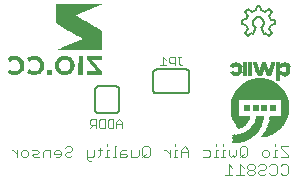
<source format=gbr>
G04 EAGLE Gerber RS-274X export*
G75*
%MOMM*%
%FSLAX34Y34*%
%LPD*%
%AMOC8*
5,1,8,0,0,1.08239X$1,22.5*%
G01*
%ADD10C,0.101600*%
%ADD11C,0.076200*%
%ADD12C,0.152400*%
%ADD13R,0.120000X0.020000*%
%ADD14R,0.340000X0.020000*%
%ADD15R,0.320000X0.020000*%
%ADD16R,0.140000X0.020000*%
%ADD17R,0.280000X0.020000*%
%ADD18R,0.360000X0.020000*%
%ADD19R,0.420000X0.020000*%
%ADD20R,0.380000X0.020000*%
%ADD21R,0.480000X0.020000*%
%ADD22R,0.540000X0.020000*%
%ADD23R,0.560000X0.020000*%
%ADD24R,0.400000X0.020000*%
%ADD25R,0.640000X0.020000*%
%ADD26R,0.620000X0.020000*%
%ADD27R,0.700000X0.020000*%
%ADD28R,0.660000X0.020000*%
%ADD29R,0.740000X0.020000*%
%ADD30R,1.080000X0.020000*%
%ADD31R,0.800000X0.020000*%
%ADD32R,1.100000X0.020000*%
%ADD33R,0.440000X0.020000*%
%ADD34R,0.840000X0.020000*%
%ADD35R,1.120000X0.020000*%
%ADD36R,0.460000X0.020000*%
%ADD37R,0.860000X0.020000*%
%ADD38R,0.900000X0.020000*%
%ADD39R,1.140000X0.020000*%
%ADD40R,0.920000X0.020000*%
%ADD41R,1.160000X0.020000*%
%ADD42R,0.960000X0.020000*%
%ADD43R,0.500000X0.020000*%
%ADD44R,0.520000X0.020000*%
%ADD45R,0.940000X0.020000*%
%ADD46R,0.260000X0.020000*%
%ADD47R,0.180000X0.020000*%
%ADD48R,0.580000X0.020000*%
%ADD49R,0.060000X0.020000*%
%ADD50R,0.600000X0.020000*%
%ADD51R,0.300000X0.020000*%
%ADD52R,0.040000X0.020000*%
%ADD53R,0.100000X0.020000*%
%ADD54R,0.160000X0.020000*%
%ADD55R,0.220000X0.020000*%
%ADD56R,0.980000X0.020000*%
%ADD57R,0.880000X0.020000*%
%ADD58R,0.760000X0.020000*%
%ADD59R,1.060000X0.020000*%
%ADD60R,0.720000X0.020000*%
%ADD61R,0.820000X0.020000*%
%ADD62R,1.180000X0.020000*%
%ADD63R,1.340000X0.020000*%
%ADD64R,1.460000X0.020000*%
%ADD65R,1.600000X0.020000*%
%ADD66R,1.700000X0.020000*%
%ADD67R,1.820000X0.020000*%
%ADD68R,1.900000X0.020000*%
%ADD69R,1.980000X0.020000*%
%ADD70R,2.100000X0.020000*%
%ADD71R,2.160000X0.020000*%
%ADD72R,2.260000X0.020000*%
%ADD73R,2.340000X0.020000*%
%ADD74R,2.400000X0.020000*%
%ADD75R,2.480000X0.020000*%
%ADD76R,2.540000X0.020000*%
%ADD77R,2.600000X0.020000*%
%ADD78R,2.680000X0.020000*%
%ADD79R,2.720000X0.020000*%
%ADD80R,2.800000X0.020000*%
%ADD81R,2.840000X0.020000*%
%ADD82R,2.900000X0.020000*%
%ADD83R,2.960000X0.020000*%
%ADD84R,3.000000X0.020000*%
%ADD85R,3.060000X0.020000*%
%ADD86R,3.120000X0.020000*%
%ADD87R,3.160000X0.020000*%
%ADD88R,3.200000X0.020000*%
%ADD89R,3.260000X0.020000*%
%ADD90R,3.300000X0.020000*%
%ADD91R,3.340000X0.020000*%
%ADD92R,3.380000X0.020000*%
%ADD93R,3.420000X0.020000*%
%ADD94R,3.460000X0.020000*%
%ADD95R,3.520000X0.020000*%
%ADD96R,3.540000X0.020000*%
%ADD97R,3.580000X0.020000*%
%ADD98R,3.620000X0.020000*%
%ADD99R,3.660000X0.020000*%
%ADD100R,3.700000X0.020000*%
%ADD101R,3.740000X0.020000*%
%ADD102R,3.780000X0.020000*%
%ADD103R,3.800000X0.020000*%
%ADD104R,3.840000X0.020000*%
%ADD105R,3.860000X0.020000*%
%ADD106R,3.900000X0.020000*%
%ADD107R,3.940000X0.020000*%
%ADD108R,3.960000X0.020000*%
%ADD109R,3.980000X0.020000*%
%ADD110R,4.020000X0.020000*%
%ADD111R,4.060000X0.020000*%
%ADD112R,4.080000X0.020000*%
%ADD113R,4.100000X0.020000*%
%ADD114R,4.120000X0.020000*%
%ADD115R,4.160000X0.020000*%
%ADD116R,4.180000X0.020000*%
%ADD117R,4.200000X0.020000*%
%ADD118R,4.240000X0.020000*%
%ADD119R,4.260000X0.020000*%
%ADD120R,4.280000X0.020000*%
%ADD121R,4.300000X0.020000*%
%ADD122R,4.320000X0.020000*%
%ADD123R,4.340000X0.020000*%
%ADD124R,4.380000X0.020000*%
%ADD125R,4.400000X0.020000*%
%ADD126R,4.440000X0.020000*%
%ADD127R,4.460000X0.020000*%
%ADD128R,4.500000X0.020000*%
%ADD129R,4.520000X0.020000*%
%ADD130R,4.540000X0.020000*%
%ADD131R,4.560000X0.020000*%
%ADD132R,4.580000X0.020000*%
%ADD133R,4.600000X0.020000*%
%ADD134R,4.620000X0.020000*%
%ADD135R,4.640000X0.020000*%
%ADD136R,4.660000X0.020000*%
%ADD137R,4.680000X0.020000*%
%ADD138R,4.700000X0.020000*%
%ADD139R,4.720000X0.020000*%
%ADD140R,4.740000X0.020000*%
%ADD141R,0.680000X0.020000*%
%ADD142R,1.480000X0.020000*%
%ADD143R,1.580000X0.020000*%
%ADD144R,1.560000X0.020000*%
%ADD145R,1.540000X0.020000*%
%ADD146R,1.520000X0.020000*%
%ADD147R,1.500000X0.020000*%
%ADD148R,1.440000X0.020000*%
%ADD149R,1.400000X0.020000*%
%ADD150R,1.420000X0.020000*%
%ADD151R,1.380000X0.020000*%
%ADD152R,1.360000X0.020000*%
%ADD153R,1.320000X0.020000*%
%ADD154R,1.300000X0.020000*%
%ADD155R,1.260000X0.020000*%
%ADD156R,1.220000X0.020000*%
%ADD157R,1.200000X0.020000*%
%ADD158R,1.040000X0.020000*%
%ADD159R,1.020000X0.020000*%
%ADD160R,1.000000X0.020000*%
%ADD161R,1.280000X0.020000*%
%ADD162R,0.780000X0.020000*%
%ADD163R,1.240000X0.020000*%
%ADD164R,0.020000X0.020000*%
%ADD165R,1.840000X0.020000*%
%ADD166R,1.800000X0.020000*%
%ADD167R,1.780000X0.020000*%
%ADD168R,1.760000X0.020000*%
%ADD169R,1.740000X0.020000*%
%ADD170R,1.680000X0.020000*%
%ADD171R,1.660000X0.020000*%
%ADD172R,1.620000X0.020000*%

G36*
X86808Y155418D02*
X86808Y155418D01*
X86808Y155419D01*
X86809Y155420D01*
X86804Y156781D01*
X86801Y158141D01*
X86796Y159503D01*
X86791Y160864D01*
X86786Y162226D01*
X86782Y163586D01*
X86777Y164948D01*
X86772Y166309D01*
X86769Y167671D01*
X86764Y169031D01*
X86759Y170393D01*
X86755Y171754D01*
X86750Y171759D01*
X86749Y171764D01*
X85526Y172474D01*
X84302Y173183D01*
X83080Y173893D01*
X81858Y174603D01*
X80635Y175312D01*
X79413Y176022D01*
X78189Y176731D01*
X76966Y177441D01*
X75744Y178151D01*
X74493Y178876D01*
X73244Y179602D01*
X71993Y180327D01*
X70743Y181051D01*
X69494Y181776D01*
X68243Y182502D01*
X66994Y183226D01*
X65743Y183950D01*
X64510Y184663D01*
X65802Y185402D01*
X67253Y186033D01*
X68709Y186654D01*
X70167Y187270D01*
X71625Y187884D01*
X73084Y188497D01*
X74544Y189110D01*
X75951Y189701D01*
X77357Y190291D01*
X78764Y190882D01*
X80169Y191472D01*
X81577Y192063D01*
X82983Y192653D01*
X84388Y193244D01*
X85795Y193834D01*
X86747Y194238D01*
X86750Y194243D01*
X86754Y194247D01*
X86753Y194249D01*
X86754Y194252D01*
X86747Y194255D01*
X86743Y194261D01*
X82267Y194261D01*
X80777Y194262D01*
X73319Y194262D01*
X71826Y194264D01*
X62876Y194264D01*
X62116Y194265D01*
X62087Y194265D01*
X61385Y194265D01*
X53927Y194265D01*
X52435Y194267D01*
X47960Y194267D01*
X47948Y194257D01*
X47949Y194256D01*
X47948Y194255D01*
X47948Y192893D01*
X47950Y191531D01*
X47950Y190167D01*
X47951Y188805D01*
X47951Y187443D01*
X47953Y186081D01*
X47953Y184717D01*
X47954Y183355D01*
X47954Y181993D01*
X47956Y180631D01*
X47958Y179269D01*
X47958Y177905D01*
X47963Y177900D01*
X47964Y177895D01*
X49251Y177150D01*
X50540Y176406D01*
X51827Y175660D01*
X53115Y174915D01*
X54404Y174169D01*
X55691Y173425D01*
X56979Y172680D01*
X58227Y171958D01*
X59474Y171237D01*
X60721Y170515D01*
X61968Y169792D01*
X63216Y169072D01*
X64464Y168349D01*
X65710Y167627D01*
X66958Y166905D01*
X68204Y166182D01*
X69278Y165546D01*
X70250Y164835D01*
X68891Y164256D01*
X67510Y163673D01*
X66131Y163092D01*
X63368Y161930D01*
X61987Y161351D01*
X60606Y160770D01*
X59225Y160190D01*
X57842Y159611D01*
X56458Y159030D01*
X55075Y158449D01*
X53693Y157866D01*
X52310Y157284D01*
X50927Y156701D01*
X49546Y156117D01*
X48166Y155528D01*
X48164Y155522D01*
X48159Y155519D01*
X48161Y155517D01*
X48160Y155514D01*
X48166Y155510D01*
X48171Y155505D01*
X49647Y155468D01*
X51127Y155454D01*
X52607Y155445D01*
X54088Y155437D01*
X55567Y155432D01*
X57047Y155426D01*
X58526Y155422D01*
X60006Y155419D01*
X61485Y155416D01*
X62965Y155413D01*
X64445Y155411D01*
X65926Y155411D01*
X67405Y155410D01*
X77846Y155410D01*
X79338Y155408D01*
X86797Y155408D01*
X86808Y155418D01*
G37*
G36*
X55329Y134281D02*
X55329Y134281D01*
X55330Y134280D01*
X56348Y134364D01*
X56691Y134393D01*
X56692Y134394D01*
X56693Y134393D01*
X58014Y134757D01*
X58014Y134758D01*
X58015Y134757D01*
X59266Y135318D01*
X59267Y135319D01*
X59268Y135319D01*
X60409Y136076D01*
X60410Y136077D01*
X60411Y136077D01*
X61411Y137014D01*
X61411Y137015D01*
X61412Y137015D01*
X62235Y138111D01*
X62235Y138112D01*
X62236Y138112D01*
X62857Y139333D01*
X62856Y139335D01*
X62857Y139335D01*
X63211Y140519D01*
X63211Y140521D01*
X63212Y140521D01*
X63224Y140606D01*
X63226Y140618D01*
X63228Y140630D01*
X63229Y140642D01*
X63231Y140654D01*
X63252Y140797D01*
X63254Y140809D01*
X63256Y140821D01*
X63257Y140833D01*
X63258Y140833D01*
X63259Y140845D01*
X63279Y140976D01*
X63280Y140988D01*
X63282Y141000D01*
X63284Y141012D01*
X63286Y141024D01*
X63305Y141155D01*
X63307Y141167D01*
X63308Y141179D01*
X63310Y141191D01*
X63312Y141203D01*
X63331Y141334D01*
X63333Y141346D01*
X63335Y141358D01*
X63336Y141370D01*
X63338Y141382D01*
X63359Y141525D01*
X63361Y141537D01*
X63363Y141549D01*
X63364Y141561D01*
X63366Y141573D01*
X63385Y141704D01*
X63387Y141716D01*
X63389Y141728D01*
X63391Y141740D01*
X63391Y141744D01*
X63391Y141745D01*
X63418Y142982D01*
X63418Y142983D01*
X63271Y144211D01*
X63269Y144212D01*
X63270Y144213D01*
X62807Y145664D01*
X62805Y145664D01*
X62806Y145666D01*
X62071Y147001D01*
X62069Y147001D01*
X62069Y147003D01*
X61104Y148182D01*
X61103Y148182D01*
X61103Y148184D01*
X59941Y149170D01*
X59939Y149170D01*
X59939Y149171D01*
X58616Y149928D01*
X58615Y149928D01*
X58615Y149929D01*
X57457Y150367D01*
X57456Y150366D01*
X57455Y150368D01*
X56349Y150553D01*
X56236Y150572D01*
X56235Y150572D01*
X56234Y150573D01*
X56169Y150575D01*
X56168Y150575D01*
X55797Y150587D01*
X55796Y150587D01*
X55425Y150599D01*
X55424Y150599D01*
X55053Y150610D01*
X55053Y150611D01*
X55052Y150611D01*
X54998Y150612D01*
X54997Y150612D01*
X54901Y150611D01*
X54899Y150611D01*
X54899Y150610D01*
X54242Y150599D01*
X54241Y150599D01*
X53772Y150590D01*
X53771Y150589D01*
X53770Y150590D01*
X52566Y150372D01*
X52565Y150371D01*
X52564Y150372D01*
X51274Y149892D01*
X51273Y149891D01*
X51272Y149892D01*
X50072Y149214D01*
X50071Y149212D01*
X50070Y149213D01*
X49002Y148343D01*
X49001Y148341D01*
X49000Y148341D01*
X48099Y147300D01*
X48099Y147298D01*
X48097Y147298D01*
X47386Y146119D01*
X47386Y146117D01*
X47385Y146117D01*
X46874Y144837D01*
X46875Y144836D01*
X46873Y144835D01*
X46650Y143660D01*
X46650Y143659D01*
X46649Y143658D01*
X46630Y142457D01*
X46631Y142456D01*
X46630Y142456D01*
X46661Y141223D01*
X46662Y141222D01*
X46661Y141220D01*
X46921Y140020D01*
X46922Y140019D01*
X46922Y140018D01*
X47423Y138794D01*
X47425Y138794D01*
X47424Y138793D01*
X48121Y137670D01*
X48123Y137670D01*
X48122Y137669D01*
X48997Y136678D01*
X48998Y136678D01*
X48998Y136677D01*
X50076Y135769D01*
X50078Y135769D01*
X50078Y135768D01*
X51294Y135056D01*
X51295Y135057D01*
X51296Y135055D01*
X52615Y134562D01*
X52617Y134562D01*
X52617Y134561D01*
X53964Y134336D01*
X53965Y134336D01*
X55329Y134280D01*
X55329Y134281D01*
G37*
G36*
X86913Y134571D02*
X86913Y134571D01*
X86912Y134572D01*
X86913Y134573D01*
X86913Y137186D01*
X86910Y137190D01*
X86910Y137194D01*
X86042Y138202D01*
X85175Y139211D01*
X84307Y140220D01*
X83439Y141229D01*
X82572Y142237D01*
X81700Y143252D01*
X80829Y144269D01*
X79959Y145285D01*
X79091Y146304D01*
X78249Y147314D01*
X79617Y147351D01*
X81010Y147363D01*
X82404Y147366D01*
X86584Y147366D01*
X86596Y147376D01*
X86595Y147377D01*
X86596Y147378D01*
X86596Y150446D01*
X86585Y150458D01*
X86584Y150458D01*
X73674Y150458D01*
X73662Y150448D01*
X73663Y150447D01*
X73662Y150446D01*
X73662Y147748D01*
X73666Y147744D01*
X73665Y147740D01*
X74529Y146735D01*
X75394Y145728D01*
X76259Y144724D01*
X77123Y143719D01*
X77988Y142714D01*
X78853Y141707D01*
X79717Y140702D01*
X80582Y139698D01*
X81447Y138691D01*
X82294Y137706D01*
X81514Y137701D01*
X81509Y137701D01*
X80878Y137696D01*
X79472Y137689D01*
X79467Y137689D01*
X79438Y137688D01*
X77997Y137679D01*
X77661Y137677D01*
X77657Y137677D01*
X76556Y137669D01*
X75856Y137665D01*
X75851Y137665D01*
X75114Y137660D01*
X73839Y137653D01*
X73833Y137653D01*
X73674Y137652D01*
X73662Y137641D01*
X73663Y137641D01*
X73662Y137640D01*
X73662Y134573D01*
X73673Y134561D01*
X73674Y134562D01*
X73674Y134561D01*
X86901Y134561D01*
X86913Y134571D01*
G37*
G36*
X13032Y134281D02*
X13032Y134281D01*
X13033Y134280D01*
X14416Y134394D01*
X14417Y134396D01*
X14418Y134395D01*
X15869Y134830D01*
X15870Y134831D01*
X15871Y134831D01*
X17222Y135515D01*
X17222Y135516D01*
X17224Y135516D01*
X18421Y136445D01*
X18421Y136446D01*
X18422Y136446D01*
X19415Y137589D01*
X19415Y137591D01*
X19416Y137591D01*
X20170Y138906D01*
X20170Y138907D01*
X20171Y138908D01*
X20673Y140336D01*
X20672Y140338D01*
X20673Y140339D01*
X20865Y141667D01*
X20865Y141668D01*
X20865Y141669D01*
X20886Y143012D01*
X20885Y143013D01*
X20886Y143013D01*
X20730Y144347D01*
X20729Y144348D01*
X20730Y144349D01*
X20293Y145691D01*
X20292Y145691D01*
X20292Y145693D01*
X19634Y146942D01*
X19632Y146942D01*
X19633Y146944D01*
X18771Y148061D01*
X18769Y148062D01*
X18769Y148063D01*
X17726Y149014D01*
X17725Y149014D01*
X17724Y149015D01*
X16524Y149756D01*
X16523Y149756D01*
X16523Y149757D01*
X15253Y150305D01*
X15251Y150304D01*
X15250Y150306D01*
X13896Y150574D01*
X13895Y150573D01*
X13894Y150574D01*
X13876Y150575D01*
X13460Y150587D01*
X13459Y150587D01*
X13044Y150599D01*
X13043Y150599D01*
X12627Y150610D01*
X12627Y150611D01*
X12626Y150611D01*
X12510Y150614D01*
X12509Y150614D01*
X12354Y150611D01*
X12353Y150611D01*
X12353Y150610D01*
X11800Y150599D01*
X11799Y150599D01*
X11258Y150587D01*
X11257Y150587D01*
X11256Y150587D01*
X10028Y150371D01*
X10027Y150370D01*
X10026Y150370D01*
X8937Y149970D01*
X8936Y149969D01*
X8935Y149970D01*
X7907Y149435D01*
X7906Y149433D01*
X7905Y149434D01*
X6967Y148753D01*
X6967Y148752D01*
X6966Y148752D01*
X6366Y148217D01*
X6364Y148201D01*
X6365Y148201D01*
X6365Y148200D01*
X6905Y147583D01*
X7444Y146965D01*
X7995Y146333D01*
X8543Y145697D01*
X8558Y145695D01*
X8559Y145695D01*
X9250Y146172D01*
X10500Y146925D01*
X11889Y147361D01*
X13343Y147383D01*
X14723Y146932D01*
X15876Y146049D01*
X16745Y144790D01*
X17197Y143328D01*
X17212Y141798D01*
X16805Y140321D01*
X15993Y139024D01*
X14813Y138055D01*
X13369Y137555D01*
X12709Y137551D01*
X12704Y137551D01*
X11870Y137546D01*
X10438Y137989D01*
X9170Y138799D01*
X8523Y139321D01*
X8507Y139320D01*
X7945Y138757D01*
X6254Y137061D01*
X6253Y137045D01*
X6255Y137045D01*
X6254Y137044D01*
X6655Y136666D01*
X7735Y135759D01*
X7736Y135759D01*
X7736Y135758D01*
X8944Y135033D01*
X8946Y135033D01*
X8946Y135032D01*
X10269Y134546D01*
X10270Y134546D01*
X10271Y134545D01*
X11643Y134334D01*
X11643Y134335D01*
X11644Y134334D01*
X13031Y134280D01*
X13032Y134281D01*
G37*
G36*
X29752Y134246D02*
X29752Y134246D01*
X29752Y134245D01*
X31016Y134363D01*
X31017Y134364D01*
X31018Y134363D01*
X32414Y134739D01*
X32414Y134741D01*
X32416Y134740D01*
X33716Y135369D01*
X33716Y135370D01*
X33718Y135370D01*
X34889Y136216D01*
X34889Y136217D01*
X34891Y136217D01*
X35896Y137255D01*
X35896Y137257D01*
X35897Y137257D01*
X36686Y138467D01*
X36686Y138468D01*
X36687Y138469D01*
X37239Y139713D01*
X37239Y139715D01*
X37240Y139715D01*
X37553Y141041D01*
X37552Y141042D01*
X37553Y141043D01*
X37633Y142403D01*
X37632Y142404D01*
X37633Y142405D01*
X37583Y143655D01*
X37582Y143656D01*
X37583Y143657D01*
X37339Y144883D01*
X37337Y144884D01*
X37338Y144885D01*
X36874Y146047D01*
X36873Y146048D01*
X36874Y146049D01*
X36193Y147228D01*
X36191Y147229D01*
X36192Y147230D01*
X35325Y148279D01*
X35323Y148279D01*
X35323Y148281D01*
X34291Y149168D01*
X34290Y149168D01*
X34290Y149169D01*
X33118Y149861D01*
X33117Y149861D01*
X33117Y149862D01*
X32028Y150300D01*
X32026Y150300D01*
X32026Y150301D01*
X30879Y150544D01*
X30878Y150543D01*
X30878Y150544D01*
X29706Y150633D01*
X29706Y150632D01*
X29705Y150633D01*
X29064Y150623D01*
X29062Y150623D01*
X28265Y150611D01*
X28263Y150611D01*
X28219Y150611D01*
X28218Y150610D01*
X28217Y150611D01*
X26754Y150361D01*
X26753Y150360D01*
X26751Y150361D01*
X25362Y149832D01*
X25362Y149831D01*
X25360Y149831D01*
X24222Y149141D01*
X24222Y149139D01*
X24221Y149139D01*
X23220Y148271D01*
X23219Y148262D01*
X23218Y148261D01*
X23219Y148260D01*
X23218Y148255D01*
X23219Y148255D01*
X23218Y148255D01*
X23700Y147561D01*
X24246Y146908D01*
X24780Y146297D01*
X25315Y145682D01*
X25321Y145682D01*
X25321Y145681D01*
X25324Y145681D01*
X25330Y145680D01*
X25331Y145681D01*
X25986Y146168D01*
X27232Y146921D01*
X28615Y147366D01*
X30065Y147388D01*
X31446Y146943D01*
X32548Y146140D01*
X33355Y145038D01*
X33834Y143757D01*
X33983Y142398D01*
X33954Y142185D01*
X33949Y142149D01*
X33914Y141887D01*
X33909Y141851D01*
X33874Y141588D01*
X33869Y141552D01*
X33834Y141290D01*
X33829Y141254D01*
X33801Y141042D01*
X33283Y139778D01*
X32435Y138706D01*
X31253Y137900D01*
X29874Y137519D01*
X29671Y137528D01*
X29670Y137528D01*
X29407Y137540D01*
X29144Y137552D01*
X28881Y137564D01*
X28618Y137576D01*
X28442Y137584D01*
X27083Y138041D01*
X25872Y138815D01*
X25242Y139321D01*
X25227Y139320D01*
X25226Y139320D01*
X24155Y138245D01*
X23598Y137669D01*
X23598Y137668D01*
X23597Y137668D01*
X23083Y137054D01*
X23083Y137038D01*
X23926Y136203D01*
X23927Y136203D01*
X23928Y136202D01*
X24883Y135483D01*
X24885Y135483D01*
X24885Y135481D01*
X26012Y134897D01*
X26013Y134898D01*
X26014Y134896D01*
X27225Y134512D01*
X27226Y134513D01*
X27227Y134512D01*
X28479Y134298D01*
X28480Y134298D01*
X28481Y134297D01*
X29751Y134245D01*
X29752Y134246D01*
G37*
%LPC*%
G36*
X54270Y137552D02*
X54270Y137552D01*
X52936Y137957D01*
X51788Y138752D01*
X50925Y139850D01*
X50399Y141142D01*
X50231Y142529D01*
X50429Y143912D01*
X50977Y145196D01*
X51876Y146240D01*
X53047Y146973D01*
X54366Y147377D01*
X55743Y147386D01*
X56343Y147189D01*
X57200Y146903D01*
X58422Y145980D01*
X59281Y144709D01*
X59716Y143237D01*
X59713Y141706D01*
X59262Y140241D01*
X58398Y138975D01*
X57187Y138038D01*
X56343Y137759D01*
X55734Y137560D01*
X55050Y137457D01*
X54270Y137552D01*
G37*
%LPD*%
G36*
X70194Y134571D02*
X70194Y134571D01*
X70193Y134572D01*
X70194Y134573D01*
X70194Y150451D01*
X70183Y150463D01*
X70182Y150462D01*
X70182Y150463D01*
X70104Y150462D01*
X70103Y150462D01*
X69385Y150450D01*
X69383Y150450D01*
X69321Y150449D01*
X68667Y150438D01*
X68665Y150438D01*
X68462Y150434D01*
X68000Y150426D01*
X67998Y150426D01*
X67602Y150419D01*
X67326Y150414D01*
X67324Y150414D01*
X66743Y150404D01*
X66731Y150394D01*
X66732Y150393D01*
X66731Y150392D01*
X66725Y148811D01*
X66720Y147229D01*
X66714Y145647D01*
X66709Y144065D01*
X66704Y142483D01*
X66698Y140901D01*
X66693Y139320D01*
X66687Y137737D01*
X66682Y136156D01*
X66677Y134573D01*
X66688Y134561D01*
X66689Y134562D01*
X66689Y134561D01*
X70182Y134561D01*
X70194Y134571D01*
G37*
G36*
X43951Y134571D02*
X43951Y134571D01*
X43950Y134572D01*
X43951Y134573D01*
X43951Y138170D01*
X43940Y138182D01*
X43940Y138181D01*
X43939Y138182D01*
X40342Y138182D01*
X40330Y138172D01*
X40330Y138171D01*
X40330Y138170D01*
X40330Y134573D01*
X40340Y134561D01*
X40341Y134562D01*
X40342Y134561D01*
X43939Y134561D01*
X43951Y134571D01*
G37*
D10*
X243840Y73922D02*
X237739Y73922D01*
X237739Y72397D01*
X243840Y66295D01*
X243840Y64770D01*
X237739Y64770D01*
X234485Y70871D02*
X232960Y70871D01*
X232960Y64770D01*
X234485Y64770D02*
X231434Y64770D01*
X232960Y73922D02*
X232960Y75447D01*
X226723Y64770D02*
X223672Y64770D01*
X222147Y66295D01*
X222147Y69346D01*
X223672Y70871D01*
X226723Y70871D01*
X228248Y69346D01*
X228248Y66295D01*
X226723Y64770D01*
X209538Y66295D02*
X209538Y72397D01*
X208012Y73922D01*
X204962Y73922D01*
X203436Y72397D01*
X203436Y66295D01*
X204962Y64770D01*
X208012Y64770D01*
X209538Y66295D01*
X206487Y67821D02*
X203436Y64770D01*
X200182Y66295D02*
X200182Y70871D01*
X200182Y66295D02*
X198657Y64770D01*
X197132Y66295D01*
X195607Y64770D01*
X194081Y66295D01*
X194081Y70871D01*
X190827Y70871D02*
X189302Y70871D01*
X189302Y64770D01*
X190827Y64770D02*
X187777Y64770D01*
X189302Y73922D02*
X189302Y75447D01*
X184591Y70871D02*
X183065Y70871D01*
X183065Y64770D01*
X181540Y64770D02*
X184591Y64770D01*
X183065Y73922D02*
X183065Y75447D01*
X176828Y70871D02*
X172253Y70871D01*
X176828Y70871D02*
X178354Y69346D01*
X178354Y66295D01*
X176828Y64770D01*
X172253Y64770D01*
X159643Y64770D02*
X159643Y70871D01*
X156593Y73922D01*
X153542Y70871D01*
X153542Y64770D01*
X153542Y69346D02*
X159643Y69346D01*
X150288Y70871D02*
X148763Y70871D01*
X148763Y64770D01*
X150288Y64770D02*
X147238Y64770D01*
X148763Y73922D02*
X148763Y75447D01*
X144051Y70871D02*
X144051Y64770D01*
X144051Y67821D02*
X141001Y70871D01*
X139475Y70871D01*
X126900Y72397D02*
X126900Y66295D01*
X126900Y72397D02*
X125375Y73922D01*
X122324Y73922D01*
X120799Y72397D01*
X120799Y66295D01*
X122324Y64770D01*
X125375Y64770D01*
X126900Y66295D01*
X123850Y67821D02*
X120799Y64770D01*
X117545Y66295D02*
X117545Y70871D01*
X117545Y66295D02*
X116020Y64770D01*
X111444Y64770D01*
X111444Y70871D01*
X106665Y70871D02*
X103614Y70871D01*
X102089Y69346D01*
X102089Y64770D01*
X106665Y64770D01*
X108190Y66295D01*
X106665Y67821D01*
X102089Y67821D01*
X98835Y73922D02*
X97309Y73922D01*
X97309Y64770D01*
X95784Y64770D02*
X98835Y64770D01*
X92598Y70871D02*
X91073Y70871D01*
X91073Y64770D01*
X92598Y64770D02*
X89547Y64770D01*
X91073Y73922D02*
X91073Y75447D01*
X84836Y72397D02*
X84836Y66295D01*
X83311Y64770D01*
X83311Y70871D02*
X86361Y70871D01*
X80124Y70871D02*
X80124Y66295D01*
X78599Y64770D01*
X74023Y64770D01*
X74023Y63245D02*
X74023Y70871D01*
X74023Y63245D02*
X75548Y61719D01*
X77074Y61719D01*
X56838Y73922D02*
X55313Y72397D01*
X56838Y73922D02*
X59889Y73922D01*
X61414Y72397D01*
X61414Y70871D01*
X59889Y69346D01*
X56838Y69346D01*
X55313Y67821D01*
X55313Y66295D01*
X56838Y64770D01*
X59889Y64770D01*
X61414Y66295D01*
X50533Y64770D02*
X47483Y64770D01*
X50533Y64770D02*
X52059Y66295D01*
X52059Y69346D01*
X50533Y70871D01*
X47483Y70871D01*
X45958Y69346D01*
X45958Y67821D01*
X52059Y67821D01*
X42704Y64770D02*
X42704Y70871D01*
X38128Y70871D01*
X36602Y69346D01*
X36602Y64770D01*
X33348Y64770D02*
X28772Y64770D01*
X27247Y66295D01*
X28772Y67821D01*
X31823Y67821D01*
X33348Y69346D01*
X31823Y70871D01*
X27247Y70871D01*
X22468Y64770D02*
X19417Y64770D01*
X17892Y66295D01*
X17892Y69346D01*
X19417Y70871D01*
X22468Y70871D01*
X23993Y69346D01*
X23993Y66295D01*
X22468Y64770D01*
X14638Y64770D02*
X14638Y70871D01*
X14638Y67821D02*
X11587Y70871D01*
X10062Y70871D01*
X237739Y57157D02*
X239264Y58682D01*
X242315Y58682D01*
X243840Y57157D01*
X243840Y51055D01*
X242315Y49530D01*
X239264Y49530D01*
X237739Y51055D01*
X229909Y58682D02*
X228384Y57157D01*
X229909Y58682D02*
X232960Y58682D01*
X234485Y57157D01*
X234485Y51055D01*
X232960Y49530D01*
X229909Y49530D01*
X228384Y51055D01*
X220554Y58682D02*
X219028Y57157D01*
X220554Y58682D02*
X223604Y58682D01*
X225130Y57157D01*
X225130Y55631D01*
X223604Y54106D01*
X220554Y54106D01*
X219028Y52581D01*
X219028Y51055D01*
X220554Y49530D01*
X223604Y49530D01*
X225130Y51055D01*
X215774Y57157D02*
X214249Y58682D01*
X211199Y58682D01*
X209673Y57157D01*
X209673Y55631D01*
X211199Y54106D01*
X209673Y52581D01*
X209673Y51055D01*
X211199Y49530D01*
X214249Y49530D01*
X215774Y51055D01*
X215774Y52581D01*
X214249Y54106D01*
X215774Y55631D01*
X215774Y57157D01*
X214249Y54106D02*
X211199Y54106D01*
X206419Y55631D02*
X203369Y58682D01*
X203369Y49530D01*
X206419Y49530D02*
X200318Y49530D01*
X197064Y55631D02*
X194013Y58682D01*
X194013Y49530D01*
X190963Y49530D02*
X197064Y49530D01*
D11*
X154346Y142367D02*
X155575Y143596D01*
X154346Y142367D02*
X153118Y142367D01*
X151889Y143596D01*
X151889Y149739D01*
X153118Y149739D02*
X150660Y149739D01*
X148091Y149739D02*
X148091Y142367D01*
X148091Y149739D02*
X144405Y149739D01*
X143176Y148511D01*
X143176Y146053D01*
X144405Y144824D01*
X148091Y144824D01*
X140607Y147282D02*
X138149Y149739D01*
X138149Y142367D01*
X135692Y142367D02*
X140607Y142367D01*
X103759Y94196D02*
X103759Y89281D01*
X103759Y94196D02*
X101302Y96653D01*
X98844Y94196D01*
X98844Y89281D01*
X98844Y92967D02*
X103759Y92967D01*
X96275Y96653D02*
X96275Y89281D01*
X92589Y89281D01*
X91360Y90510D01*
X91360Y95425D01*
X92589Y96653D01*
X96275Y96653D01*
X88791Y96653D02*
X88791Y89281D01*
X85105Y89281D01*
X83876Y90510D01*
X83876Y95425D01*
X85105Y96653D01*
X88791Y96653D01*
X81307Y96653D02*
X81307Y89281D01*
X81307Y96653D02*
X77620Y96653D01*
X76392Y95425D01*
X76392Y92967D01*
X77620Y91738D01*
X81307Y91738D01*
X78849Y91738D02*
X76392Y89281D01*
D12*
X132588Y118684D02*
X157988Y118684D01*
X132588Y139004D02*
X132488Y139002D01*
X132389Y138996D01*
X132289Y138986D01*
X132191Y138973D01*
X132092Y138955D01*
X131995Y138934D01*
X131899Y138909D01*
X131803Y138880D01*
X131709Y138847D01*
X131616Y138811D01*
X131525Y138771D01*
X131435Y138727D01*
X131347Y138680D01*
X131261Y138630D01*
X131177Y138576D01*
X131095Y138519D01*
X131016Y138459D01*
X130938Y138395D01*
X130864Y138329D01*
X130792Y138260D01*
X130723Y138188D01*
X130657Y138114D01*
X130593Y138036D01*
X130533Y137957D01*
X130476Y137875D01*
X130422Y137791D01*
X130372Y137705D01*
X130325Y137617D01*
X130281Y137527D01*
X130241Y137436D01*
X130205Y137343D01*
X130172Y137249D01*
X130143Y137153D01*
X130118Y137057D01*
X130097Y136960D01*
X130079Y136861D01*
X130066Y136763D01*
X130056Y136663D01*
X130050Y136564D01*
X130048Y136464D01*
X157988Y139004D02*
X158088Y139002D01*
X158187Y138996D01*
X158287Y138986D01*
X158385Y138973D01*
X158484Y138955D01*
X158581Y138934D01*
X158677Y138909D01*
X158773Y138880D01*
X158867Y138847D01*
X158960Y138811D01*
X159051Y138771D01*
X159141Y138727D01*
X159229Y138680D01*
X159315Y138630D01*
X159399Y138576D01*
X159481Y138519D01*
X159560Y138459D01*
X159638Y138395D01*
X159712Y138329D01*
X159784Y138260D01*
X159853Y138188D01*
X159919Y138114D01*
X159983Y138036D01*
X160043Y137957D01*
X160100Y137875D01*
X160154Y137791D01*
X160204Y137705D01*
X160251Y137617D01*
X160295Y137527D01*
X160335Y137436D01*
X160371Y137343D01*
X160404Y137249D01*
X160433Y137153D01*
X160458Y137057D01*
X160479Y136960D01*
X160497Y136861D01*
X160510Y136763D01*
X160520Y136663D01*
X160526Y136564D01*
X160528Y136464D01*
X160528Y121224D02*
X160526Y121124D01*
X160520Y121025D01*
X160510Y120925D01*
X160497Y120827D01*
X160479Y120728D01*
X160458Y120631D01*
X160433Y120535D01*
X160404Y120439D01*
X160371Y120345D01*
X160335Y120252D01*
X160295Y120161D01*
X160251Y120071D01*
X160204Y119983D01*
X160154Y119897D01*
X160100Y119813D01*
X160043Y119731D01*
X159983Y119652D01*
X159919Y119574D01*
X159853Y119500D01*
X159784Y119428D01*
X159712Y119359D01*
X159638Y119293D01*
X159560Y119229D01*
X159481Y119169D01*
X159399Y119112D01*
X159315Y119058D01*
X159229Y119008D01*
X159141Y118961D01*
X159051Y118917D01*
X158960Y118877D01*
X158867Y118841D01*
X158773Y118808D01*
X158677Y118779D01*
X158581Y118754D01*
X158484Y118733D01*
X158385Y118715D01*
X158287Y118702D01*
X158187Y118692D01*
X158088Y118686D01*
X157988Y118684D01*
X132588Y118684D02*
X132488Y118686D01*
X132389Y118692D01*
X132289Y118702D01*
X132191Y118715D01*
X132092Y118733D01*
X131995Y118754D01*
X131899Y118779D01*
X131803Y118808D01*
X131709Y118841D01*
X131616Y118877D01*
X131525Y118917D01*
X131435Y118961D01*
X131347Y119008D01*
X131261Y119058D01*
X131177Y119112D01*
X131095Y119169D01*
X131016Y119229D01*
X130938Y119293D01*
X130864Y119359D01*
X130792Y119428D01*
X130723Y119500D01*
X130657Y119574D01*
X130593Y119652D01*
X130533Y119731D01*
X130476Y119813D01*
X130422Y119897D01*
X130372Y119983D01*
X130325Y120071D01*
X130281Y120161D01*
X130241Y120252D01*
X130205Y120345D01*
X130172Y120439D01*
X130143Y120535D01*
X130118Y120631D01*
X130097Y120728D01*
X130079Y120827D01*
X130066Y120925D01*
X130056Y121025D01*
X130050Y121124D01*
X130048Y121224D01*
X130048Y136464D01*
X160528Y136464D02*
X160528Y121224D01*
X157988Y139004D02*
X132588Y139004D01*
X80772Y122240D02*
X80772Y104968D01*
X98552Y124780D02*
X98652Y124778D01*
X98751Y124772D01*
X98851Y124762D01*
X98949Y124749D01*
X99048Y124731D01*
X99145Y124710D01*
X99241Y124685D01*
X99337Y124656D01*
X99431Y124623D01*
X99524Y124587D01*
X99615Y124547D01*
X99705Y124503D01*
X99793Y124456D01*
X99879Y124406D01*
X99963Y124352D01*
X100045Y124295D01*
X100124Y124235D01*
X100202Y124171D01*
X100276Y124105D01*
X100348Y124036D01*
X100417Y123964D01*
X100483Y123890D01*
X100547Y123812D01*
X100607Y123733D01*
X100664Y123651D01*
X100718Y123567D01*
X100768Y123481D01*
X100815Y123393D01*
X100859Y123303D01*
X100899Y123212D01*
X100935Y123119D01*
X100968Y123025D01*
X100997Y122929D01*
X101022Y122833D01*
X101043Y122736D01*
X101061Y122637D01*
X101074Y122539D01*
X101084Y122439D01*
X101090Y122340D01*
X101092Y122240D01*
X101092Y104968D02*
X101090Y104868D01*
X101084Y104769D01*
X101074Y104669D01*
X101061Y104571D01*
X101043Y104472D01*
X101022Y104375D01*
X100997Y104279D01*
X100968Y104183D01*
X100935Y104089D01*
X100899Y103996D01*
X100859Y103905D01*
X100815Y103815D01*
X100768Y103727D01*
X100718Y103641D01*
X100664Y103557D01*
X100607Y103475D01*
X100547Y103396D01*
X100483Y103318D01*
X100417Y103244D01*
X100348Y103172D01*
X100276Y103103D01*
X100202Y103037D01*
X100124Y102973D01*
X100045Y102913D01*
X99963Y102856D01*
X99879Y102802D01*
X99793Y102752D01*
X99705Y102705D01*
X99615Y102661D01*
X99524Y102621D01*
X99431Y102585D01*
X99337Y102552D01*
X99241Y102523D01*
X99145Y102498D01*
X99048Y102477D01*
X98949Y102459D01*
X98851Y102446D01*
X98751Y102436D01*
X98652Y102430D01*
X98552Y102428D01*
X83312Y102428D02*
X83212Y102430D01*
X83113Y102436D01*
X83013Y102446D01*
X82915Y102459D01*
X82816Y102477D01*
X82719Y102498D01*
X82623Y102523D01*
X82527Y102552D01*
X82433Y102585D01*
X82340Y102621D01*
X82249Y102661D01*
X82159Y102705D01*
X82071Y102752D01*
X81985Y102802D01*
X81901Y102856D01*
X81819Y102913D01*
X81740Y102973D01*
X81662Y103037D01*
X81588Y103103D01*
X81516Y103172D01*
X81447Y103244D01*
X81381Y103318D01*
X81317Y103396D01*
X81257Y103475D01*
X81200Y103557D01*
X81146Y103641D01*
X81096Y103727D01*
X81049Y103815D01*
X81005Y103905D01*
X80965Y103996D01*
X80929Y104089D01*
X80896Y104183D01*
X80867Y104279D01*
X80842Y104375D01*
X80821Y104472D01*
X80803Y104571D01*
X80790Y104669D01*
X80780Y104769D01*
X80774Y104868D01*
X80772Y104968D01*
X80772Y122240D02*
X80774Y122340D01*
X80780Y122439D01*
X80790Y122539D01*
X80803Y122637D01*
X80821Y122736D01*
X80842Y122833D01*
X80867Y122929D01*
X80896Y123025D01*
X80929Y123119D01*
X80965Y123212D01*
X81005Y123303D01*
X81049Y123393D01*
X81096Y123481D01*
X81146Y123567D01*
X81200Y123651D01*
X81257Y123733D01*
X81317Y123812D01*
X81381Y123890D01*
X81447Y123964D01*
X81516Y124036D01*
X81588Y124105D01*
X81662Y124171D01*
X81740Y124235D01*
X81819Y124295D01*
X81901Y124352D01*
X81985Y124406D01*
X82071Y124456D01*
X82159Y124503D01*
X82249Y124547D01*
X82340Y124587D01*
X82433Y124623D01*
X82527Y124656D01*
X82623Y124685D01*
X82719Y124710D01*
X82816Y124731D01*
X82915Y124749D01*
X83013Y124762D01*
X83113Y124772D01*
X83212Y124778D01*
X83312Y124780D01*
X98552Y124780D01*
X98552Y102428D02*
X83312Y102428D01*
X101092Y104968D02*
X101092Y122240D01*
D13*
X241226Y144198D03*
D14*
X235926Y144198D03*
X231726Y144198D03*
D15*
X223826Y144198D03*
X216226Y144198D03*
D14*
X212126Y144198D03*
X207926Y144198D03*
D16*
X200126Y144198D03*
D17*
X241226Y143998D03*
D18*
X235826Y143998D03*
X231626Y143998D03*
X223826Y143998D03*
D14*
X216126Y143998D03*
D18*
X212226Y143998D03*
X207826Y143998D03*
D15*
X200026Y143998D03*
D19*
X241326Y143798D03*
D18*
X235826Y143798D03*
X231626Y143798D03*
D20*
X223926Y143798D03*
D18*
X216226Y143798D03*
X212226Y143798D03*
X207826Y143798D03*
D21*
X200026Y143798D03*
X241226Y143598D03*
D18*
X235826Y143598D03*
X231626Y143598D03*
D20*
X223926Y143598D03*
D14*
X216326Y143598D03*
D18*
X212226Y143598D03*
X207826Y143598D03*
D22*
X200126Y143598D03*
D23*
X241226Y143398D03*
D18*
X235826Y143398D03*
X231426Y143398D03*
D24*
X223826Y143398D03*
D14*
X216326Y143398D03*
D18*
X212226Y143398D03*
X207826Y143398D03*
D25*
X200026Y143398D03*
D26*
X241326Y143198D03*
D18*
X235826Y143198D03*
X231426Y143198D03*
D24*
X223826Y143198D03*
D18*
X216426Y143198D03*
X212226Y143198D03*
X207826Y143198D03*
D27*
X200126Y143198D03*
D28*
X241326Y142998D03*
D20*
X235926Y142998D03*
D14*
X231326Y142998D03*
D19*
X223926Y142998D03*
D14*
X216526Y142998D03*
D18*
X212226Y142998D03*
X207826Y142998D03*
D29*
X200126Y142998D03*
D30*
X239426Y142798D03*
D18*
X231226Y142798D03*
D19*
X223926Y142798D03*
D14*
X216526Y142798D03*
D18*
X212226Y142798D03*
X207826Y142798D03*
D31*
X200026Y142798D03*
D32*
X239526Y142598D03*
D18*
X231226Y142598D03*
D33*
X223826Y142598D03*
D14*
X216526Y142598D03*
D18*
X212226Y142598D03*
X207826Y142598D03*
D34*
X200026Y142598D03*
D35*
X239626Y142398D03*
D14*
X231126Y142398D03*
D36*
X223926Y142398D03*
D14*
X216726Y142398D03*
D18*
X212226Y142398D03*
X207826Y142398D03*
D37*
X200126Y142398D03*
D35*
X239626Y142198D03*
D14*
X231126Y142198D03*
D36*
X223926Y142198D03*
D14*
X216726Y142198D03*
D18*
X212226Y142198D03*
X207826Y142198D03*
D38*
X200126Y142198D03*
D39*
X239726Y141998D03*
D18*
X231026Y141998D03*
D21*
X223826Y141998D03*
D15*
X216826Y141998D03*
D18*
X212226Y141998D03*
X207826Y141998D03*
D40*
X200026Y141998D03*
D41*
X239826Y141798D03*
D14*
X230926Y141798D03*
D21*
X223826Y141798D03*
D14*
X216926Y141798D03*
D18*
X212226Y141798D03*
X207826Y141798D03*
D42*
X200026Y141798D03*
D41*
X239826Y141598D03*
D14*
X230926Y141598D03*
D43*
X223926Y141598D03*
D14*
X216926Y141598D03*
D18*
X212226Y141598D03*
X207826Y141598D03*
D42*
X200226Y141598D03*
D41*
X239826Y141398D03*
D18*
X230826Y141398D03*
D44*
X223826Y141398D03*
D14*
X216926Y141398D03*
D18*
X212226Y141398D03*
X207826Y141398D03*
D45*
X200326Y141398D03*
D21*
X243426Y141198D03*
D22*
X236726Y141198D03*
D14*
X230726Y141198D03*
D44*
X223826Y141198D03*
D15*
X217026Y141198D03*
D18*
X212226Y141198D03*
X207826Y141198D03*
D21*
X202826Y141198D03*
D15*
X197626Y141198D03*
D36*
X243726Y140998D03*
D43*
X236526Y140998D03*
D14*
X230726Y140998D03*
D44*
X223826Y140998D03*
D14*
X217126Y140998D03*
D18*
X212226Y140998D03*
X207826Y140998D03*
D33*
X203026Y140998D03*
D46*
X197526Y140998D03*
D19*
X243926Y140798D03*
D36*
X236326Y140798D03*
D18*
X230626Y140798D03*
D22*
X223926Y140798D03*
D15*
X217226Y140798D03*
D18*
X212226Y140798D03*
X207826Y140798D03*
D19*
X203326Y140798D03*
D47*
X197526Y140798D03*
D24*
X244026Y140598D03*
D33*
X236226Y140598D03*
D14*
X230526Y140598D03*
D22*
X223926Y140598D03*
D15*
X217226Y140598D03*
D18*
X212226Y140598D03*
X207826Y140598D03*
D24*
X203426Y140598D03*
D13*
X197626Y140598D03*
D24*
X244026Y140398D03*
D19*
X236126Y140398D03*
D14*
X230526Y140398D03*
D48*
X223926Y140398D03*
D14*
X217326Y140398D03*
D18*
X212226Y140398D03*
X207826Y140398D03*
D20*
X203526Y140398D03*
D49*
X197726Y140398D03*
D20*
X244126Y140198D03*
D24*
X236026Y140198D03*
D15*
X230426Y140198D03*
D48*
X223926Y140198D03*
D15*
X217426Y140198D03*
D18*
X212226Y140198D03*
X207826Y140198D03*
X203626Y140198D03*
D20*
X244326Y139998D03*
D24*
X236026Y139998D03*
D14*
X230326Y139998D03*
D50*
X223826Y139998D03*
D15*
X217426Y139998D03*
D18*
X212226Y139998D03*
X207826Y139998D03*
D20*
X203726Y139998D03*
X244326Y139798D03*
D24*
X236026Y139798D03*
D14*
X230326Y139798D03*
D50*
X223826Y139798D03*
D15*
X217626Y139798D03*
D18*
X212226Y139798D03*
X207826Y139798D03*
D20*
X203726Y139798D03*
X244326Y139598D03*
X235926Y139598D03*
D15*
X230226Y139598D03*
D17*
X225426Y139598D03*
D51*
X222326Y139598D03*
D15*
X217626Y139598D03*
D18*
X212226Y139598D03*
X207826Y139598D03*
X203826Y139598D03*
X244426Y139398D03*
D20*
X235926Y139398D03*
D14*
X230126Y139398D03*
D17*
X225626Y139398D03*
D51*
X222326Y139398D03*
D15*
X217626Y139398D03*
D18*
X212226Y139398D03*
X207826Y139398D03*
X203826Y139398D03*
X244426Y139198D03*
D20*
X235926Y139198D03*
D14*
X230126Y139198D03*
D17*
X225626Y139198D03*
D51*
X222126Y139198D03*
X217726Y139198D03*
D18*
X212226Y139198D03*
X207826Y139198D03*
X203826Y139198D03*
X244426Y138998D03*
X235826Y138998D03*
D15*
X230026Y138998D03*
D51*
X225726Y138998D03*
X222126Y138998D03*
D15*
X217826Y138998D03*
D18*
X212226Y138998D03*
X207826Y138998D03*
X203826Y138998D03*
X244426Y138798D03*
X235826Y138798D03*
D14*
X229926Y138798D03*
D51*
X225726Y138798D03*
X222126Y138798D03*
D15*
X217826Y138798D03*
D18*
X212226Y138798D03*
X207826Y138798D03*
X203826Y138798D03*
X244426Y138598D03*
X235826Y138598D03*
D15*
X229826Y138598D03*
D17*
X225826Y138598D03*
X222026Y138598D03*
D51*
X217926Y138598D03*
D18*
X212226Y138598D03*
X207826Y138598D03*
X203826Y138598D03*
X244426Y138398D03*
X235826Y138398D03*
D15*
X229826Y138398D03*
D17*
X225826Y138398D03*
D51*
X221926Y138398D03*
D15*
X218026Y138398D03*
D18*
X212226Y138398D03*
X207826Y138398D03*
X203826Y138398D03*
X244426Y138198D03*
X235826Y138198D03*
D15*
X229826Y138198D03*
D17*
X226026Y138198D03*
D51*
X221926Y138198D03*
X218126Y138198D03*
D18*
X212226Y138198D03*
X207826Y138198D03*
X203826Y138198D03*
X244426Y137998D03*
D20*
X235926Y137998D03*
D14*
X229726Y137998D03*
D17*
X226026Y137998D03*
D51*
X221726Y137998D03*
X218126Y137998D03*
D18*
X212226Y137998D03*
X207826Y137998D03*
X203826Y137998D03*
X244426Y137798D03*
D20*
X235926Y137798D03*
D15*
X229626Y137798D03*
D17*
X226026Y137798D03*
D51*
X221726Y137798D03*
X218126Y137798D03*
D18*
X212226Y137798D03*
X207826Y137798D03*
X203826Y137798D03*
D20*
X244326Y137598D03*
X235926Y137598D03*
D15*
X229626Y137598D03*
D17*
X226026Y137598D03*
D51*
X221726Y137598D03*
D15*
X218226Y137598D03*
D18*
X212226Y137598D03*
X207826Y137598D03*
D20*
X203726Y137598D03*
X244326Y137398D03*
D24*
X236026Y137398D03*
D15*
X229426Y137398D03*
D17*
X226226Y137398D03*
D51*
X221726Y137398D03*
X218326Y137398D03*
D18*
X212226Y137398D03*
X207826Y137398D03*
D20*
X203726Y137398D03*
X244326Y137198D03*
D24*
X236026Y137198D03*
D26*
X227926Y137198D03*
X219926Y137198D03*
D18*
X212226Y137198D03*
X207826Y137198D03*
D20*
X203526Y137198D03*
D52*
X197626Y137198D03*
D20*
X244126Y136998D03*
D24*
X236026Y136998D03*
D26*
X227926Y136998D03*
D50*
X220026Y136998D03*
D18*
X212226Y136998D03*
X207826Y136998D03*
D20*
X203526Y136998D03*
D53*
X197526Y136998D03*
D24*
X244026Y136798D03*
D19*
X236126Y136798D03*
D48*
X227926Y136798D03*
X219926Y136798D03*
D18*
X212226Y136798D03*
X207826Y136798D03*
D24*
X203426Y136798D03*
D54*
X197426Y136798D03*
D24*
X244026Y136598D03*
D33*
X236226Y136598D03*
D48*
X227926Y136598D03*
X219926Y136598D03*
D18*
X212226Y136598D03*
X207826Y136598D03*
D19*
X203326Y136598D03*
D55*
X197326Y136598D03*
D19*
X243926Y136398D03*
D36*
X236326Y136398D03*
D48*
X227926Y136398D03*
D23*
X220026Y136398D03*
D18*
X212226Y136398D03*
X207826Y136398D03*
D33*
X203026Y136398D03*
D17*
X197426Y136398D03*
D33*
X243626Y136198D03*
D21*
X236426Y136198D03*
D22*
X227926Y136198D03*
D23*
X220026Y136198D03*
D18*
X212226Y136198D03*
X207826Y136198D03*
D42*
X200426Y136198D03*
D36*
X243526Y135998D03*
D44*
X236626Y135998D03*
D22*
X227926Y135998D03*
X219926Y135998D03*
D18*
X212226Y135998D03*
X207826Y135998D03*
D42*
X200226Y135998D03*
D44*
X243026Y135798D03*
D50*
X237026Y135798D03*
D44*
X227826Y135798D03*
X220026Y135798D03*
D18*
X212226Y135798D03*
X207826Y135798D03*
D56*
X200126Y135798D03*
D41*
X239826Y135598D03*
D43*
X227926Y135598D03*
D44*
X220026Y135598D03*
D18*
X212226Y135598D03*
X207826Y135598D03*
D45*
X200126Y135598D03*
D41*
X239826Y135398D03*
D43*
X227926Y135398D03*
D21*
X220026Y135398D03*
D18*
X212226Y135398D03*
X207826Y135398D03*
D40*
X200026Y135398D03*
D39*
X239726Y135198D03*
D21*
X227826Y135198D03*
X220026Y135198D03*
D18*
X212226Y135198D03*
X207826Y135198D03*
D57*
X200026Y135198D03*
D35*
X239626Y134998D03*
D21*
X227826Y134998D03*
X220026Y134998D03*
D18*
X212226Y134998D03*
X207826Y134998D03*
D34*
X200026Y134998D03*
D32*
X239526Y134798D03*
D36*
X227926Y134798D03*
D33*
X220026Y134798D03*
D18*
X212226Y134798D03*
X207826Y134798D03*
D31*
X200026Y134798D03*
D30*
X239426Y134598D03*
D33*
X227826Y134598D03*
X220026Y134598D03*
D18*
X212226Y134598D03*
X207826Y134598D03*
D58*
X200026Y134598D03*
D59*
X239326Y134398D03*
D19*
X227926Y134398D03*
D33*
X220026Y134398D03*
D18*
X212226Y134398D03*
X207826Y134398D03*
D60*
X200026Y134398D03*
D25*
X241226Y134198D03*
D20*
X235926Y134198D03*
D24*
X227826Y134198D03*
D19*
X220126Y134198D03*
D18*
X212226Y134198D03*
X207826Y134198D03*
D25*
X200026Y134198D03*
D50*
X241226Y133998D03*
D18*
X235826Y133998D03*
D24*
X227826Y133998D03*
X220026Y133998D03*
D18*
X212226Y133998D03*
X207826Y133998D03*
D50*
X200026Y133998D03*
D23*
X241226Y133798D03*
D18*
X235826Y133798D03*
D24*
X227826Y133798D03*
D20*
X220126Y133798D03*
D18*
X212226Y133798D03*
X207826Y133798D03*
D43*
X200126Y133798D03*
D21*
X241226Y133598D03*
D18*
X235826Y133598D03*
X227826Y133598D03*
D20*
X220126Y133598D03*
D18*
X212226Y133598D03*
X207826Y133598D03*
X200026Y133598D03*
D24*
X241226Y133398D03*
D18*
X235826Y133398D03*
X227826Y133398D03*
X220026Y133398D03*
D14*
X212126Y133398D03*
D18*
X207826Y133398D03*
D55*
X200126Y133398D03*
D17*
X241226Y133198D03*
D18*
X235826Y133198D03*
D53*
X241126Y132998D03*
D18*
X235826Y132998D03*
X235826Y132798D03*
X235826Y132598D03*
X235826Y132398D03*
X235826Y132198D03*
X235826Y131998D03*
X235826Y131798D03*
X235826Y131598D03*
X235826Y131398D03*
X235826Y131198D03*
X235826Y130998D03*
X235826Y130798D03*
D19*
X220126Y130798D03*
D18*
X235826Y130598D03*
D61*
X220126Y130598D03*
D18*
X235826Y130398D03*
D56*
X220126Y130398D03*
D18*
X235826Y130198D03*
D62*
X220126Y130198D03*
D18*
X235826Y129998D03*
D63*
X220126Y129998D03*
D18*
X235826Y129798D03*
D64*
X220126Y129798D03*
D18*
X235826Y129598D03*
D65*
X220026Y129598D03*
D14*
X235926Y129398D03*
D66*
X220126Y129398D03*
D67*
X220126Y129198D03*
D68*
X220126Y128998D03*
D69*
X220126Y128798D03*
D70*
X220126Y128598D03*
D71*
X220026Y128398D03*
D72*
X220126Y128198D03*
D73*
X220126Y127998D03*
D74*
X220026Y127798D03*
D75*
X220026Y127598D03*
D76*
X220126Y127398D03*
D77*
X220026Y127198D03*
D78*
X220026Y126998D03*
D79*
X220026Y126798D03*
D80*
X220026Y126598D03*
D81*
X220026Y126398D03*
D82*
X220126Y126198D03*
D83*
X220026Y125998D03*
D84*
X220026Y125798D03*
D85*
X220126Y125598D03*
D86*
X220026Y125398D03*
D87*
X220026Y125198D03*
D88*
X220026Y124998D03*
D89*
X220126Y124798D03*
D90*
X220126Y124598D03*
D91*
X220126Y124398D03*
D92*
X220126Y124198D03*
D93*
X220126Y123998D03*
D94*
X220126Y123798D03*
D95*
X220026Y123598D03*
D96*
X220126Y123398D03*
D97*
X220126Y123198D03*
D98*
X220126Y122998D03*
D99*
X220126Y122798D03*
D100*
X220126Y122598D03*
D101*
X220126Y122398D03*
D102*
X220126Y122198D03*
D103*
X220026Y121998D03*
D104*
X220026Y121798D03*
D105*
X220126Y121598D03*
D106*
X220126Y121398D03*
D107*
X220126Y121198D03*
D108*
X220026Y120998D03*
D109*
X220126Y120798D03*
D110*
X220126Y120598D03*
D111*
X220126Y120398D03*
D112*
X220026Y120198D03*
D113*
X220126Y119998D03*
D114*
X220026Y119798D03*
D115*
X220026Y119598D03*
D116*
X220126Y119398D03*
D117*
X220026Y119198D03*
D118*
X220026Y118998D03*
D119*
X220126Y118798D03*
D120*
X220026Y118598D03*
D121*
X220126Y118398D03*
D122*
X220026Y118198D03*
D123*
X220126Y117998D03*
D124*
X220126Y117798D03*
X220126Y117598D03*
D125*
X220026Y117398D03*
D126*
X220026Y117198D03*
D127*
X220126Y116998D03*
X220126Y116798D03*
D128*
X220126Y116598D03*
D129*
X220026Y116398D03*
X220026Y116198D03*
D130*
X220126Y115998D03*
D131*
X220026Y115798D03*
D132*
X220126Y115598D03*
D133*
X220026Y115398D03*
X220026Y115198D03*
D134*
X220126Y114998D03*
D135*
X220026Y114798D03*
D136*
X220126Y114598D03*
X220126Y114398D03*
D137*
X220026Y114198D03*
D138*
X220126Y113998D03*
D139*
X220026Y113798D03*
X220026Y113598D03*
D140*
X220126Y113398D03*
X220126Y113198D03*
D50*
X240826Y112998D03*
D25*
X199426Y112998D03*
D50*
X241026Y112798D03*
D26*
X199326Y112798D03*
D48*
X241126Y112598D03*
D26*
X199326Y112598D03*
D48*
X241126Y112398D03*
D26*
X199326Y112398D03*
D48*
X241126Y112198D03*
D25*
X199226Y112198D03*
D50*
X241226Y111998D03*
D25*
X199226Y111998D03*
D50*
X241226Y111798D03*
D25*
X199226Y111798D03*
D50*
X241226Y111598D03*
D28*
X199126Y111598D03*
D50*
X241226Y111398D03*
D28*
X199126Y111398D03*
D26*
X241326Y111198D03*
D28*
X199126Y111198D03*
D26*
X241326Y110998D03*
D28*
X199126Y110998D03*
D26*
X241326Y110798D03*
D28*
X199126Y110798D03*
D26*
X241326Y110598D03*
D28*
X199126Y110598D03*
D26*
X241326Y110398D03*
D141*
X199026Y110398D03*
D25*
X241426Y110198D03*
D141*
X199026Y110198D03*
D25*
X241426Y109998D03*
D141*
X199026Y109998D03*
D25*
X241426Y109798D03*
D141*
X199026Y109798D03*
D25*
X241426Y109598D03*
D141*
X199026Y109598D03*
D25*
X241426Y109398D03*
D27*
X198926Y109398D03*
D25*
X241426Y109198D03*
D27*
X198926Y109198D03*
D25*
X241426Y108998D03*
D27*
X198926Y108998D03*
D25*
X241426Y108798D03*
D27*
X198926Y108798D03*
D25*
X241426Y108598D03*
D27*
X198926Y108598D03*
D25*
X241426Y108398D03*
D27*
X198926Y108398D03*
D28*
X241526Y108198D03*
D36*
X231126Y108198D03*
D21*
X224026Y108198D03*
X216826Y108198D03*
D36*
X209726Y108198D03*
D27*
X198926Y108198D03*
D28*
X241526Y107998D03*
D21*
X231226Y107998D03*
X224026Y107998D03*
D43*
X216726Y107998D03*
D21*
X209626Y107998D03*
D27*
X198926Y107998D03*
D28*
X241526Y107798D03*
D21*
X231226Y107798D03*
X224026Y107798D03*
D43*
X216726Y107798D03*
D21*
X209626Y107798D03*
D27*
X198926Y107798D03*
D28*
X241526Y107598D03*
D21*
X231226Y107598D03*
X224026Y107598D03*
D43*
X216726Y107598D03*
D21*
X209626Y107598D03*
D27*
X198926Y107598D03*
D28*
X241526Y107398D03*
D21*
X231226Y107398D03*
X224026Y107398D03*
D43*
X216726Y107398D03*
D21*
X209626Y107398D03*
D27*
X198926Y107398D03*
D28*
X241526Y107198D03*
D21*
X231226Y107198D03*
X224026Y107198D03*
D43*
X216726Y107198D03*
D21*
X209626Y107198D03*
D27*
X198926Y107198D03*
D28*
X241526Y106998D03*
D21*
X231226Y106998D03*
X224026Y106998D03*
D43*
X216726Y106998D03*
D21*
X209626Y106998D03*
D27*
X198926Y106998D03*
D28*
X241526Y106798D03*
D21*
X231226Y106798D03*
X224026Y106798D03*
D43*
X216726Y106798D03*
D21*
X209626Y106798D03*
D60*
X198826Y106798D03*
D28*
X241526Y106598D03*
D21*
X231226Y106598D03*
X224026Y106598D03*
D43*
X216726Y106598D03*
D21*
X209626Y106598D03*
D60*
X198826Y106598D03*
D28*
X241526Y106398D03*
D21*
X231226Y106398D03*
X224026Y106398D03*
D43*
X216726Y106398D03*
D21*
X209626Y106398D03*
D60*
X198826Y106398D03*
D28*
X241526Y106198D03*
D21*
X231226Y106198D03*
X224026Y106198D03*
D43*
X216726Y106198D03*
D21*
X209626Y106198D03*
D60*
X198826Y106198D03*
D28*
X241526Y105998D03*
D21*
X231226Y105998D03*
X224026Y105998D03*
D43*
X216726Y105998D03*
D21*
X209626Y105998D03*
D60*
X198826Y105998D03*
D28*
X241526Y105798D03*
D21*
X231226Y105798D03*
X224026Y105798D03*
D43*
X216726Y105798D03*
D21*
X209626Y105798D03*
D60*
X198826Y105798D03*
D28*
X241526Y105598D03*
D21*
X231226Y105598D03*
X224026Y105598D03*
D43*
X216726Y105598D03*
D21*
X209626Y105598D03*
D60*
X198826Y105598D03*
D28*
X241526Y105398D03*
D21*
X231226Y105398D03*
X224026Y105398D03*
D43*
X216726Y105398D03*
D21*
X209626Y105398D03*
D60*
X198826Y105398D03*
D28*
X241526Y105198D03*
D21*
X231226Y105198D03*
X224026Y105198D03*
D43*
X216726Y105198D03*
D21*
X209626Y105198D03*
D27*
X198926Y105198D03*
D28*
X241526Y104998D03*
D21*
X231226Y104998D03*
X224026Y104998D03*
D43*
X216726Y104998D03*
D21*
X209626Y104998D03*
D27*
X198926Y104998D03*
D28*
X241526Y104798D03*
D21*
X231226Y104798D03*
X224026Y104798D03*
D43*
X216726Y104798D03*
D21*
X209626Y104798D03*
D27*
X198926Y104798D03*
D28*
X241526Y104598D03*
D21*
X231226Y104598D03*
X224026Y104598D03*
D43*
X216726Y104598D03*
D21*
X209626Y104598D03*
D27*
X198926Y104598D03*
D28*
X241526Y104398D03*
D21*
X231226Y104398D03*
X224026Y104398D03*
D43*
X216726Y104398D03*
D21*
X209626Y104398D03*
D27*
X198926Y104398D03*
D28*
X241526Y104198D03*
D21*
X231226Y104198D03*
X224026Y104198D03*
D43*
X216726Y104198D03*
D21*
X209626Y104198D03*
D27*
X198926Y104198D03*
D28*
X241526Y103998D03*
D21*
X231226Y103998D03*
X224026Y103998D03*
D43*
X216726Y103998D03*
D21*
X209626Y103998D03*
D27*
X198926Y103998D03*
D25*
X241426Y103798D03*
D21*
X231226Y103798D03*
X224026Y103798D03*
D43*
X216726Y103798D03*
D21*
X209626Y103798D03*
D27*
X198926Y103798D03*
D25*
X241426Y103598D03*
D36*
X231126Y103598D03*
D21*
X224026Y103598D03*
X216826Y103598D03*
D36*
X209726Y103598D03*
D27*
X198926Y103598D03*
D25*
X241426Y103398D03*
D27*
X198926Y103398D03*
D25*
X241426Y103198D03*
D27*
X198926Y103198D03*
D25*
X241426Y102998D03*
D27*
X198926Y102998D03*
D25*
X241426Y102798D03*
D27*
X198926Y102798D03*
D25*
X241426Y102598D03*
D27*
X198926Y102598D03*
D25*
X241426Y102398D03*
D141*
X199026Y102398D03*
D25*
X241426Y102198D03*
D141*
X199026Y102198D03*
D25*
X241426Y101998D03*
D141*
X199026Y101998D03*
D26*
X241326Y101798D03*
D141*
X199026Y101798D03*
D26*
X241326Y101598D03*
D28*
X199126Y101598D03*
D26*
X241326Y101398D03*
D28*
X199126Y101398D03*
D26*
X241326Y101198D03*
D28*
X199126Y101198D03*
D26*
X241326Y100998D03*
D28*
X199126Y100998D03*
D50*
X241226Y100798D03*
D28*
X199126Y100798D03*
D50*
X241226Y100598D03*
D28*
X199126Y100598D03*
D50*
X241226Y100398D03*
D25*
X199226Y100398D03*
D50*
X241226Y100198D03*
D25*
X199226Y100198D03*
D48*
X241126Y99998D03*
D25*
X199226Y99998D03*
D48*
X241126Y99798D03*
D25*
X199226Y99798D03*
D48*
X241126Y99598D03*
D26*
X199326Y99598D03*
D48*
X241126Y99398D03*
D26*
X199326Y99398D03*
D23*
X241026Y99198D03*
D26*
X199326Y99198D03*
D23*
X241026Y98998D03*
D50*
X199426Y98998D03*
D48*
X240926Y98798D03*
D26*
X199526Y98798D03*
D142*
X236226Y98598D03*
D28*
X220526Y98598D03*
D143*
X204326Y98598D03*
D142*
X236226Y98398D03*
D28*
X220526Y98398D03*
D143*
X204326Y98398D03*
D142*
X236226Y98198D03*
D28*
X220526Y98198D03*
D144*
X204426Y98198D03*
D142*
X236226Y97998D03*
D141*
X220426Y97998D03*
D145*
X204326Y97998D03*
D64*
X236126Y97798D03*
D141*
X220426Y97798D03*
D146*
X204426Y97798D03*
D142*
X236026Y97598D03*
D141*
X220426Y97598D03*
D146*
X204426Y97598D03*
D64*
X235926Y97398D03*
D141*
X220426Y97398D03*
D146*
X204426Y97398D03*
D64*
X235926Y97198D03*
D27*
X220326Y97198D03*
D147*
X204326Y97198D03*
D64*
X235926Y96998D03*
D141*
X220226Y96998D03*
D142*
X204426Y96998D03*
D148*
X235826Y96798D03*
D141*
X220226Y96798D03*
D64*
X204326Y96798D03*
D148*
X235826Y96598D03*
D141*
X220226Y96598D03*
D148*
X204426Y96598D03*
X235626Y96398D03*
D27*
X220126Y96398D03*
D148*
X204426Y96398D03*
X235626Y96198D03*
D27*
X220126Y96198D03*
D149*
X204426Y96198D03*
D150*
X235526Y95998D03*
D141*
X220026Y95998D03*
D149*
X204426Y95998D03*
D150*
X235526Y95798D03*
D27*
X219926Y95798D03*
D151*
X204326Y95798D03*
D150*
X235526Y95598D03*
D27*
X219926Y95598D03*
D152*
X204426Y95598D03*
D149*
X235426Y95398D03*
D27*
X219926Y95398D03*
D153*
X204426Y95398D03*
D150*
X235326Y95198D03*
D27*
X219726Y95198D03*
D153*
X204426Y95198D03*
D149*
X235226Y94998D03*
D27*
X219726Y94998D03*
D154*
X204326Y94998D03*
D149*
X235226Y94798D03*
D27*
X219726Y94798D03*
D155*
X204326Y94798D03*
D151*
X235126Y94598D03*
D60*
X219626Y94598D03*
D155*
X204326Y94598D03*
D149*
X235026Y94398D03*
D27*
X219526Y94398D03*
D156*
X204326Y94398D03*
D151*
X234926Y94198D03*
D60*
X219426Y94198D03*
D157*
X204426Y94198D03*
D152*
X234826Y93998D03*
D60*
X219426Y93998D03*
D62*
X204326Y93998D03*
D152*
X234826Y93798D03*
D60*
X219226Y93798D03*
D39*
X204326Y93798D03*
D152*
X234626Y93598D03*
D60*
X219226Y93598D03*
D39*
X204326Y93598D03*
D152*
X234626Y93398D03*
D29*
X219126Y93398D03*
D32*
X204326Y93398D03*
D63*
X234526Y93198D03*
D60*
X219026Y93198D03*
D30*
X204226Y93198D03*
D153*
X234426Y92998D03*
D29*
X218926Y92998D03*
D158*
X204226Y92998D03*
D63*
X234326Y92798D03*
D29*
X218926Y92798D03*
D159*
X204326Y92798D03*
D153*
X234226Y92598D03*
D29*
X218726Y92598D03*
D160*
X204226Y92598D03*
D63*
X234126Y92398D03*
D29*
X218726Y92398D03*
D42*
X204226Y92398D03*
D153*
X234026Y92198D03*
D29*
X218526Y92198D03*
D40*
X204226Y92198D03*
D154*
X233926Y91998D03*
D58*
X218426Y91998D03*
D38*
X204126Y91998D03*
D154*
X233926Y91798D03*
D58*
X218426Y91798D03*
D37*
X204126Y91798D03*
D154*
X233726Y91598D03*
D58*
X218226Y91598D03*
D61*
X204126Y91598D03*
D161*
X233626Y91398D03*
D58*
X218226Y91398D03*
D31*
X204026Y91398D03*
D161*
X233426Y91198D03*
D58*
X218026Y91198D03*
X204026Y91198D03*
D161*
X233426Y90998D03*
D162*
X217926Y90998D03*
D27*
X203926Y90998D03*
D155*
X233326Y90798D03*
D162*
X217726Y90798D03*
D28*
X203926Y90798D03*
D155*
X233126Y90598D03*
D162*
X217726Y90598D03*
D25*
X203826Y90598D03*
D155*
X233126Y90398D03*
D162*
X217526Y90398D03*
D50*
X203826Y90398D03*
D156*
X232926Y90198D03*
D31*
X217426Y90198D03*
D22*
X203726Y90198D03*
D163*
X232826Y89998D03*
D31*
X217226Y89998D03*
D21*
X203626Y89998D03*
D156*
X232726Y89798D03*
D31*
X217226Y89798D03*
D33*
X203626Y89798D03*
D156*
X232526Y89598D03*
D31*
X217026Y89598D03*
D20*
X203526Y89598D03*
D157*
X232426Y89398D03*
D61*
X216926Y89398D03*
D15*
X203426Y89398D03*
D157*
X232226Y89198D03*
D61*
X216726Y89198D03*
D17*
X203226Y89198D03*
D62*
X232126Y88998D03*
D34*
X216626Y88998D03*
D55*
X203126Y88998D03*
D62*
X231926Y88798D03*
D34*
X216426Y88798D03*
D16*
X202926Y88798D03*
D41*
X231826Y88598D03*
D34*
X216226Y88598D03*
D164*
X202926Y88598D03*
D41*
X231626Y88398D03*
D37*
X216126Y88398D03*
D39*
X231526Y88198D03*
D37*
X215926Y88198D03*
D39*
X231326Y87998D03*
D57*
X215826Y87998D03*
D35*
X231226Y87798D03*
D57*
X215626Y87798D03*
D35*
X231026Y87598D03*
D57*
X215426Y87598D03*
D32*
X230926Y87398D03*
D57*
X215226Y87398D03*
D32*
X230726Y87198D03*
D40*
X215026Y87198D03*
D30*
X230626Y86998D03*
D40*
X214826Y86998D03*
D30*
X230426Y86798D03*
D40*
X214626Y86798D03*
D158*
X230226Y86598D03*
D42*
X214426Y86598D03*
D158*
X230026Y86398D03*
D42*
X214226Y86398D03*
D158*
X229826Y86198D03*
D42*
X214026Y86198D03*
D160*
X229626Y85998D03*
D56*
X213726Y85998D03*
D160*
X229426Y85798D03*
D159*
X213526Y85798D03*
D42*
X229226Y85598D03*
D159*
X213326Y85598D03*
D42*
X229026Y85398D03*
D158*
X213026Y85398D03*
D45*
X228726Y85198D03*
D59*
X212726Y85198D03*
D45*
X228526Y84998D03*
D30*
X212426Y84998D03*
D38*
X228326Y84798D03*
D32*
X212126Y84798D03*
D57*
X228026Y84598D03*
D35*
X211826Y84598D03*
D37*
X227926Y84398D03*
D41*
X211426Y84398D03*
D34*
X227626Y84198D03*
D62*
X211126Y84198D03*
D61*
X227326Y83998D03*
D163*
X210626Y83998D03*
D31*
X227026Y83798D03*
D161*
X210226Y83798D03*
D58*
X226826Y83598D03*
D63*
X209726Y83598D03*
D29*
X226526Y83398D03*
D150*
X209126Y83398D03*
D60*
X226226Y83198D03*
D145*
X208326Y83198D03*
D49*
X199326Y83198D03*
D141*
X225826Y82998D03*
D165*
X206626Y82998D03*
D28*
X225526Y82798D03*
D67*
X206526Y82798D03*
D48*
X225126Y82598D03*
D166*
X206426Y82598D03*
D22*
X224726Y82398D03*
D167*
X206326Y82398D03*
D43*
X224326Y82198D03*
D168*
X206226Y82198D03*
D33*
X223826Y81998D03*
D169*
X206126Y81998D03*
D24*
X223426Y81798D03*
D66*
X205926Y81798D03*
D51*
X222726Y81598D03*
D170*
X205826Y81598D03*
D13*
X222026Y81398D03*
D171*
X205726Y81398D03*
D172*
X205526Y81198D03*
D65*
X205426Y80998D03*
D144*
X205226Y80798D03*
D145*
X205126Y80598D03*
D146*
X205026Y80398D03*
D142*
X204826Y80198D03*
D148*
X204626Y79998D03*
D150*
X204526Y79798D03*
D151*
X204326Y79598D03*
D63*
X204126Y79398D03*
D154*
X203926Y79198D03*
D155*
X203726Y78998D03*
D156*
X203526Y78798D03*
D62*
X203326Y78598D03*
D35*
X203026Y78398D03*
D30*
X202826Y78198D03*
D159*
X202526Y77998D03*
D56*
X202326Y77798D03*
D38*
X201926Y77598D03*
D34*
X201626Y77398D03*
D162*
X201326Y77198D03*
D141*
X200826Y76998D03*
D50*
X200426Y76798D03*
D33*
X199626Y76598D03*
D12*
X223520Y168910D02*
X220980Y174752D01*
X224790Y169672D02*
X223520Y168910D01*
X224790Y169672D02*
X227838Y167640D01*
X230124Y169926D01*
X228092Y173228D01*
X229362Y176530D01*
X233172Y177292D01*
X233172Y180594D01*
X229362Y181102D01*
X227838Y184404D01*
X230124Y187706D01*
X227838Y189992D01*
X224536Y187706D01*
X221488Y188976D01*
X220726Y193040D01*
X217424Y193040D01*
X216662Y188976D01*
X213614Y187706D01*
X210058Y189992D01*
X207772Y187706D01*
X210058Y184404D01*
X208788Y181356D01*
X204978Y180594D01*
X204978Y177292D01*
X208534Y176530D01*
X210058Y173228D01*
X207772Y169926D01*
X210058Y167640D01*
X213106Y169672D01*
X214630Y168910D01*
X216916Y174752D01*
X216797Y174814D01*
X216679Y174879D01*
X216564Y174948D01*
X216450Y175020D01*
X216339Y175096D01*
X216230Y175175D01*
X216123Y175257D01*
X216019Y175342D01*
X215918Y175430D01*
X215819Y175521D01*
X215723Y175615D01*
X215630Y175712D01*
X215539Y175811D01*
X215452Y175913D01*
X215367Y176018D01*
X215286Y176125D01*
X215208Y176235D01*
X215134Y176347D01*
X215062Y176461D01*
X214994Y176577D01*
X214930Y176695D01*
X214869Y176814D01*
X214811Y176936D01*
X214757Y177059D01*
X214707Y177184D01*
X214661Y177310D01*
X214618Y177438D01*
X214579Y177566D01*
X214544Y177696D01*
X214513Y177827D01*
X214486Y177959D01*
X214462Y178091D01*
X214443Y178224D01*
X214427Y178358D01*
X214416Y178491D01*
X214408Y178626D01*
X214404Y178760D01*
X214405Y178895D01*
X214409Y179029D01*
X214417Y179163D01*
X214430Y179297D01*
X214446Y179431D01*
X214466Y179563D01*
X214490Y179696D01*
X214518Y179827D01*
X214550Y179958D01*
X214586Y180088D01*
X214625Y180216D01*
X214668Y180343D01*
X214715Y180469D01*
X214766Y180594D01*
X214821Y180717D01*
X214879Y180838D01*
X214940Y180957D01*
X215005Y181075D01*
X215074Y181191D01*
X215146Y181304D01*
X215221Y181416D01*
X215300Y181525D01*
X215381Y181632D01*
X215466Y181736D01*
X215554Y181838D01*
X215645Y181937D01*
X215739Y182033D01*
X215836Y182127D01*
X215935Y182217D01*
X216037Y182305D01*
X216141Y182390D01*
X216248Y182471D01*
X216358Y182549D01*
X216469Y182624D01*
X216583Y182696D01*
X216699Y182764D01*
X216817Y182829D01*
X216936Y182890D01*
X217058Y182948D01*
X217181Y183002D01*
X217305Y183053D01*
X217431Y183099D01*
X217559Y183142D01*
X217687Y183182D01*
X217817Y183217D01*
X217948Y183249D01*
X218079Y183276D01*
X218212Y183300D01*
X218345Y183320D01*
X218478Y183336D01*
X218612Y183348D01*
X218746Y183356D01*
X218881Y183360D01*
X219015Y183360D01*
X219150Y183356D01*
X219284Y183348D01*
X219418Y183336D01*
X219551Y183320D01*
X219684Y183300D01*
X219817Y183276D01*
X219948Y183249D01*
X220079Y183217D01*
X220209Y183182D01*
X220337Y183142D01*
X220465Y183099D01*
X220591Y183053D01*
X220715Y183002D01*
X220838Y182948D01*
X220960Y182890D01*
X221079Y182829D01*
X221197Y182764D01*
X221313Y182696D01*
X221427Y182624D01*
X221538Y182549D01*
X221648Y182471D01*
X221755Y182390D01*
X221859Y182305D01*
X221961Y182217D01*
X222060Y182127D01*
X222157Y182033D01*
X222251Y181937D01*
X222342Y181838D01*
X222430Y181736D01*
X222515Y181632D01*
X222596Y181525D01*
X222675Y181416D01*
X222750Y181304D01*
X222822Y181191D01*
X222891Y181075D01*
X222956Y180957D01*
X223017Y180838D01*
X223075Y180717D01*
X223130Y180594D01*
X223181Y180469D01*
X223228Y180343D01*
X223271Y180216D01*
X223310Y180088D01*
X223346Y179958D01*
X223378Y179827D01*
X223406Y179696D01*
X223430Y179563D01*
X223450Y179431D01*
X223466Y179297D01*
X223479Y179163D01*
X223487Y179029D01*
X223491Y178895D01*
X223492Y178760D01*
X223488Y178626D01*
X223480Y178491D01*
X223469Y178358D01*
X223453Y178224D01*
X223434Y178091D01*
X223410Y177959D01*
X223383Y177827D01*
X223352Y177696D01*
X223317Y177566D01*
X223278Y177438D01*
X223235Y177310D01*
X223189Y177184D01*
X223139Y177059D01*
X223085Y176936D01*
X223027Y176814D01*
X222966Y176695D01*
X222902Y176577D01*
X222834Y176461D01*
X222762Y176347D01*
X222688Y176235D01*
X222610Y176125D01*
X222529Y176018D01*
X222444Y175913D01*
X222357Y175811D01*
X222266Y175712D01*
X222173Y175615D01*
X222077Y175521D01*
X221978Y175430D01*
X221877Y175342D01*
X221773Y175257D01*
X221666Y175175D01*
X221557Y175096D01*
X221446Y175020D01*
X221332Y174948D01*
X221217Y174879D01*
X221099Y174814D01*
X220980Y174752D01*
M02*

</source>
